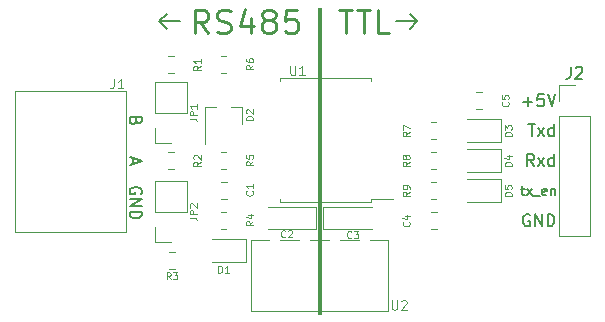
<source format=gto>
G04 #@! TF.GenerationSoftware,KiCad,Pcbnew,5.1.12-84ad8e8a86~92~ubuntu16.04.1*
G04 #@! TF.CreationDate,2022-11-17T23:54:25+01:00*
G04 #@! TF.ProjectId,RS485-TTL,52533438-352d-4545-944c-2e6b69636164,rev?*
G04 #@! TF.SameCoordinates,Original*
G04 #@! TF.FileFunction,Legend,Top*
G04 #@! TF.FilePolarity,Positive*
%FSLAX46Y46*%
G04 Gerber Fmt 4.6, Leading zero omitted, Abs format (unit mm)*
G04 Created by KiCad (PCBNEW 5.1.12-84ad8e8a86~92~ubuntu16.04.1) date 2022-11-17 23:54:25*
%MOMM*%
%LPD*%
G01*
G04 APERTURE LIST*
%ADD10C,0.200000*%
%ADD11C,0.100000*%
%ADD12C,0.250000*%
%ADD13C,0.150000*%
%ADD14C,0.120000*%
%ADD15C,2.800000*%
%ADD16O,1.700000X1.700000*%
%ADD17R,1.700000X1.700000*%
%ADD18C,2.000000*%
%ADD19R,0.800000X1.900000*%
%ADD20C,3.200000*%
G04 APERTURE END LIST*
D10*
X139319000Y-73025000D02*
X137541000Y-73025000D01*
X137541000Y-73025000D02*
X138176000Y-73660000D01*
X137541000Y-73025000D02*
X138176000Y-72390000D01*
X159385000Y-73025000D02*
X158750000Y-73660000D01*
X159385000Y-73025000D02*
X158750000Y-72390000D01*
X157607000Y-73025000D02*
X159385000Y-73025000D01*
D11*
G36*
X151257000Y-97790000D02*
G01*
X151003000Y-97790000D01*
X151003000Y-71882000D01*
X151257000Y-71882000D01*
X151257000Y-97790000D01*
G37*
X151257000Y-97790000D02*
X151003000Y-97790000D01*
X151003000Y-71882000D01*
X151257000Y-71882000D01*
X151257000Y-97790000D01*
D12*
X152752976Y-72056761D02*
X153895833Y-72056761D01*
X153324404Y-74056761D02*
X153324404Y-72056761D01*
X154276785Y-72056761D02*
X155419642Y-72056761D01*
X154848214Y-74056761D02*
X154848214Y-72056761D01*
X157038690Y-74056761D02*
X156086309Y-74056761D01*
X156086309Y-72056761D01*
X141697500Y-74056761D02*
X141030833Y-73104380D01*
X140554642Y-74056761D02*
X140554642Y-72056761D01*
X141316547Y-72056761D01*
X141507023Y-72152000D01*
X141602261Y-72247238D01*
X141697500Y-72437714D01*
X141697500Y-72723428D01*
X141602261Y-72913904D01*
X141507023Y-73009142D01*
X141316547Y-73104380D01*
X140554642Y-73104380D01*
X142459404Y-73961523D02*
X142745119Y-74056761D01*
X143221309Y-74056761D01*
X143411785Y-73961523D01*
X143507023Y-73866285D01*
X143602261Y-73675809D01*
X143602261Y-73485333D01*
X143507023Y-73294857D01*
X143411785Y-73199619D01*
X143221309Y-73104380D01*
X142840357Y-73009142D01*
X142649880Y-72913904D01*
X142554642Y-72818666D01*
X142459404Y-72628190D01*
X142459404Y-72437714D01*
X142554642Y-72247238D01*
X142649880Y-72152000D01*
X142840357Y-72056761D01*
X143316547Y-72056761D01*
X143602261Y-72152000D01*
X145316547Y-72723428D02*
X145316547Y-74056761D01*
X144840357Y-71961523D02*
X144364166Y-73390095D01*
X145602261Y-73390095D01*
X146649880Y-72913904D02*
X146459404Y-72818666D01*
X146364166Y-72723428D01*
X146268928Y-72532952D01*
X146268928Y-72437714D01*
X146364166Y-72247238D01*
X146459404Y-72152000D01*
X146649880Y-72056761D01*
X147030833Y-72056761D01*
X147221309Y-72152000D01*
X147316547Y-72247238D01*
X147411785Y-72437714D01*
X147411785Y-72532952D01*
X147316547Y-72723428D01*
X147221309Y-72818666D01*
X147030833Y-72913904D01*
X146649880Y-72913904D01*
X146459404Y-73009142D01*
X146364166Y-73104380D01*
X146268928Y-73294857D01*
X146268928Y-73675809D01*
X146364166Y-73866285D01*
X146459404Y-73961523D01*
X146649880Y-74056761D01*
X147030833Y-74056761D01*
X147221309Y-73961523D01*
X147316547Y-73866285D01*
X147411785Y-73675809D01*
X147411785Y-73294857D01*
X147316547Y-73104380D01*
X147221309Y-73009142D01*
X147030833Y-72913904D01*
X149221309Y-72056761D02*
X148268928Y-72056761D01*
X148173690Y-73009142D01*
X148268928Y-72913904D01*
X148459404Y-72818666D01*
X148935595Y-72818666D01*
X149126071Y-72913904D01*
X149221309Y-73009142D01*
X149316547Y-73199619D01*
X149316547Y-73675809D01*
X149221309Y-73866285D01*
X149126071Y-73961523D01*
X148935595Y-74056761D01*
X148459404Y-74056761D01*
X148268928Y-73961523D01*
X148173690Y-73866285D01*
D10*
X136009000Y-87630095D02*
X136056619Y-87534857D01*
X136056619Y-87392000D01*
X136009000Y-87249142D01*
X135913761Y-87153904D01*
X135818523Y-87106285D01*
X135628047Y-87058666D01*
X135485190Y-87058666D01*
X135294714Y-87106285D01*
X135199476Y-87153904D01*
X135104238Y-87249142D01*
X135056619Y-87392000D01*
X135056619Y-87487238D01*
X135104238Y-87630095D01*
X135151857Y-87677714D01*
X135485190Y-87677714D01*
X135485190Y-87487238D01*
X135056619Y-88106285D02*
X136056619Y-88106285D01*
X135056619Y-88677714D01*
X136056619Y-88677714D01*
X135056619Y-89153904D02*
X136056619Y-89153904D01*
X136056619Y-89392000D01*
X136009000Y-89534857D01*
X135913761Y-89630095D01*
X135818523Y-89677714D01*
X135628047Y-89725333D01*
X135485190Y-89725333D01*
X135294714Y-89677714D01*
X135199476Y-89630095D01*
X135104238Y-89534857D01*
X135056619Y-89392000D01*
X135056619Y-89153904D01*
X135342333Y-84597904D02*
X135342333Y-85074095D01*
X135056619Y-84502666D02*
X136056619Y-84836000D01*
X135056619Y-85169333D01*
X135580428Y-81478428D02*
X135532809Y-81621285D01*
X135485190Y-81668904D01*
X135389952Y-81716523D01*
X135247095Y-81716523D01*
X135151857Y-81668904D01*
X135104238Y-81621285D01*
X135056619Y-81526047D01*
X135056619Y-81145095D01*
X136056619Y-81145095D01*
X136056619Y-81478428D01*
X136009000Y-81573666D01*
X135961380Y-81621285D01*
X135866142Y-81668904D01*
X135770904Y-81668904D01*
X135675666Y-81621285D01*
X135628047Y-81573666D01*
X135580428Y-81478428D01*
X135580428Y-81145095D01*
X168383476Y-79827428D02*
X169145380Y-79827428D01*
X168764428Y-80208380D02*
X168764428Y-79446476D01*
X170097761Y-79208380D02*
X169621571Y-79208380D01*
X169573952Y-79684571D01*
X169621571Y-79636952D01*
X169716809Y-79589333D01*
X169954904Y-79589333D01*
X170050142Y-79636952D01*
X170097761Y-79684571D01*
X170145380Y-79779809D01*
X170145380Y-80017904D01*
X170097761Y-80113142D01*
X170050142Y-80160761D01*
X169954904Y-80208380D01*
X169716809Y-80208380D01*
X169621571Y-80160761D01*
X169573952Y-80113142D01*
X170431095Y-79208380D02*
X170764428Y-80208380D01*
X171097761Y-79208380D01*
X168812047Y-81748380D02*
X169383476Y-81748380D01*
X169097761Y-82748380D02*
X169097761Y-81748380D01*
X169621571Y-82748380D02*
X170145380Y-82081714D01*
X169621571Y-82081714D02*
X170145380Y-82748380D01*
X170954904Y-82748380D02*
X170954904Y-81748380D01*
X170954904Y-82700761D02*
X170859666Y-82748380D01*
X170669190Y-82748380D01*
X170573952Y-82700761D01*
X170526333Y-82653142D01*
X170478714Y-82557904D01*
X170478714Y-82272190D01*
X170526333Y-82176952D01*
X170573952Y-82129333D01*
X170669190Y-82081714D01*
X170859666Y-82081714D01*
X170954904Y-82129333D01*
X169288238Y-85288380D02*
X168954904Y-84812190D01*
X168716809Y-85288380D02*
X168716809Y-84288380D01*
X169097761Y-84288380D01*
X169193000Y-84336000D01*
X169240619Y-84383619D01*
X169288238Y-84478857D01*
X169288238Y-84621714D01*
X169240619Y-84716952D01*
X169193000Y-84764571D01*
X169097761Y-84812190D01*
X168716809Y-84812190D01*
X169621571Y-85288380D02*
X170145380Y-84621714D01*
X169621571Y-84621714D02*
X170145380Y-85288380D01*
X170954904Y-85288380D02*
X170954904Y-84288380D01*
X170954904Y-85240761D02*
X170859666Y-85288380D01*
X170669190Y-85288380D01*
X170573952Y-85240761D01*
X170526333Y-85193142D01*
X170478714Y-85097904D01*
X170478714Y-84812190D01*
X170526333Y-84716952D01*
X170573952Y-84669333D01*
X170669190Y-84621714D01*
X170859666Y-84621714D01*
X170954904Y-84669333D01*
D13*
X168177880Y-87204571D02*
X168482642Y-87204571D01*
X168292166Y-86937904D02*
X168292166Y-87623619D01*
X168330261Y-87699809D01*
X168406452Y-87737904D01*
X168482642Y-87737904D01*
X168673119Y-87737904D02*
X169092166Y-87204571D01*
X168673119Y-87204571D02*
X169092166Y-87737904D01*
X169206452Y-87814095D02*
X169815976Y-87814095D01*
X170311214Y-87699809D02*
X170235023Y-87737904D01*
X170082642Y-87737904D01*
X170006452Y-87699809D01*
X169968357Y-87623619D01*
X169968357Y-87318857D01*
X170006452Y-87242666D01*
X170082642Y-87204571D01*
X170235023Y-87204571D01*
X170311214Y-87242666D01*
X170349309Y-87318857D01*
X170349309Y-87395047D01*
X169968357Y-87471238D01*
X170692166Y-87204571D02*
X170692166Y-87737904D01*
X170692166Y-87280761D02*
X170730261Y-87242666D01*
X170806452Y-87204571D01*
X170920738Y-87204571D01*
X170996928Y-87242666D01*
X171035023Y-87318857D01*
X171035023Y-87737904D01*
D10*
X168907285Y-89416000D02*
X168812047Y-89368380D01*
X168669190Y-89368380D01*
X168526333Y-89416000D01*
X168431095Y-89511238D01*
X168383476Y-89606476D01*
X168335857Y-89796952D01*
X168335857Y-89939809D01*
X168383476Y-90130285D01*
X168431095Y-90225523D01*
X168526333Y-90320761D01*
X168669190Y-90368380D01*
X168764428Y-90368380D01*
X168907285Y-90320761D01*
X168954904Y-90273142D01*
X168954904Y-89939809D01*
X168764428Y-89939809D01*
X169383476Y-90368380D02*
X169383476Y-89368380D01*
X169954904Y-90368380D01*
X169954904Y-89368380D01*
X170431095Y-90368380D02*
X170431095Y-89368380D01*
X170669190Y-89368380D01*
X170812047Y-89416000D01*
X170907285Y-89511238D01*
X170954904Y-89606476D01*
X171002523Y-89796952D01*
X171002523Y-89939809D01*
X170954904Y-90130285D01*
X170907285Y-90225523D01*
X170812047Y-90320761D01*
X170669190Y-90368380D01*
X170431095Y-90368380D01*
D14*
X134750000Y-78942000D02*
X134750000Y-90842000D01*
X125350000Y-90842000D02*
X125350000Y-78942000D01*
X125350000Y-78942000D02*
X134750000Y-78942000D01*
X125350000Y-90842000D02*
X134750000Y-90842000D01*
X139887000Y-89154000D02*
X137227000Y-89154000D01*
X139887000Y-89154000D02*
X139887000Y-86554000D01*
X139887000Y-86554000D02*
X137227000Y-86554000D01*
X137227000Y-89154000D02*
X137227000Y-86554000D01*
X137227000Y-91754000D02*
X137227000Y-90424000D01*
X138557000Y-91754000D02*
X137227000Y-91754000D01*
X155524000Y-88727000D02*
X151439000Y-88727000D01*
X151439000Y-88727000D02*
X151439000Y-90597000D01*
X151439000Y-90597000D02*
X155524000Y-90597000D01*
X156940000Y-97556000D02*
X156940000Y-91556000D01*
X145320000Y-97556000D02*
X145320000Y-91556000D01*
X156940000Y-97556000D02*
X145320000Y-97556000D01*
X156940000Y-91556000D02*
X145320000Y-91556000D01*
X142774936Y-85571000D02*
X143229064Y-85571000D01*
X142774936Y-84101000D02*
X143229064Y-84101000D01*
X160520748Y-90651000D02*
X161043252Y-90651000D01*
X160520748Y-89181000D02*
X161043252Y-89181000D01*
X142740748Y-88111000D02*
X143263252Y-88111000D01*
X142740748Y-86641000D02*
X143263252Y-86641000D01*
X150821000Y-88727000D02*
X146736000Y-88727000D01*
X150821000Y-90597000D02*
X150821000Y-88727000D01*
X146736000Y-90597000D02*
X150821000Y-90597000D01*
X144582000Y-80266000D02*
X144582000Y-81726000D01*
X141422000Y-80266000D02*
X141422000Y-83426000D01*
X141422000Y-80266000D02*
X142352000Y-80266000D01*
X144582000Y-80266000D02*
X143652000Y-80266000D01*
X142774936Y-77443000D02*
X143229064Y-77443000D01*
X142774936Y-75973000D02*
X143229064Y-75973000D01*
X155498000Y-88063000D02*
X157313000Y-88063000D01*
X155498000Y-88318000D02*
X155498000Y-88063000D01*
X151638000Y-88318000D02*
X155498000Y-88318000D01*
X147778000Y-88318000D02*
X147778000Y-88063000D01*
X151638000Y-88318000D02*
X147778000Y-88318000D01*
X155498000Y-77798000D02*
X155498000Y-78053000D01*
X151638000Y-77798000D02*
X155498000Y-77798000D01*
X147778000Y-77798000D02*
X147778000Y-78053000D01*
X151638000Y-77798000D02*
X147778000Y-77798000D01*
X163592000Y-83256000D02*
X166452000Y-83256000D01*
X166452000Y-83256000D02*
X166452000Y-81336000D01*
X166452000Y-81336000D02*
X163592000Y-81336000D01*
X166452000Y-83876000D02*
X163592000Y-83876000D01*
X166452000Y-85796000D02*
X166452000Y-83876000D01*
X163592000Y-85796000D02*
X166452000Y-85796000D01*
X163592000Y-88336000D02*
X166452000Y-88336000D01*
X166452000Y-88336000D02*
X166452000Y-86416000D01*
X166452000Y-86416000D02*
X163592000Y-86416000D01*
X144862000Y-91496000D02*
X142002000Y-91496000D01*
X144862000Y-93416000D02*
X144862000Y-91496000D01*
X142002000Y-93416000D02*
X144862000Y-93416000D01*
X171390000Y-91246000D02*
X174050000Y-91246000D01*
X171390000Y-81026000D02*
X171390000Y-91246000D01*
X174050000Y-81026000D02*
X174050000Y-91246000D01*
X171390000Y-81026000D02*
X174050000Y-81026000D01*
X171390000Y-79756000D02*
X171390000Y-78426000D01*
X171390000Y-78426000D02*
X172720000Y-78426000D01*
X160554936Y-81561000D02*
X161009064Y-81561000D01*
X160554936Y-83031000D02*
X161009064Y-83031000D01*
X160554936Y-85571000D02*
X161009064Y-85571000D01*
X160554936Y-84101000D02*
X161009064Y-84101000D01*
X160554936Y-86641000D02*
X161009064Y-86641000D01*
X160554936Y-88111000D02*
X161009064Y-88111000D01*
X143229064Y-89181000D02*
X142774936Y-89181000D01*
X143229064Y-90651000D02*
X142774936Y-90651000D01*
X164853252Y-80491000D02*
X164330748Y-80491000D01*
X164853252Y-79021000D02*
X164330748Y-79021000D01*
X138557000Y-83372000D02*
X137227000Y-83372000D01*
X137227000Y-83372000D02*
X137227000Y-82042000D01*
X137227000Y-80772000D02*
X137227000Y-78172000D01*
X139887000Y-78172000D02*
X137227000Y-78172000D01*
X139887000Y-80772000D02*
X139887000Y-78172000D01*
X139887000Y-80772000D02*
X137227000Y-80772000D01*
X138329936Y-77443000D02*
X138784064Y-77443000D01*
X138329936Y-75973000D02*
X138784064Y-75973000D01*
X138329936Y-84101000D02*
X138784064Y-84101000D01*
X138329936Y-85571000D02*
X138784064Y-85571000D01*
X138393436Y-94016500D02*
X138847564Y-94016500D01*
X138393436Y-92546500D02*
X138847564Y-92546500D01*
X133716619Y-77920904D02*
X133716619Y-78492333D01*
X133678523Y-78606619D01*
X133602333Y-78682809D01*
X133488047Y-78720904D01*
X133411857Y-78720904D01*
X134516619Y-78720904D02*
X134059476Y-78720904D01*
X134288047Y-78720904D02*
X134288047Y-77920904D01*
X134211857Y-78035190D01*
X134135666Y-78111380D01*
X134059476Y-78149476D01*
X140133428Y-89654000D02*
X140562000Y-89654000D01*
X140647714Y-89682571D01*
X140704857Y-89739714D01*
X140733428Y-89825428D01*
X140733428Y-89882571D01*
X140733428Y-89368285D02*
X140133428Y-89368285D01*
X140133428Y-89139714D01*
X140162000Y-89082571D01*
X140190571Y-89054000D01*
X140247714Y-89025428D01*
X140333428Y-89025428D01*
X140390571Y-89054000D01*
X140419142Y-89082571D01*
X140447714Y-89139714D01*
X140447714Y-89368285D01*
X140190571Y-88796857D02*
X140162000Y-88768285D01*
X140133428Y-88711142D01*
X140133428Y-88568285D01*
X140162000Y-88511142D01*
X140190571Y-88482571D01*
X140247714Y-88454000D01*
X140304857Y-88454000D01*
X140390571Y-88482571D01*
X140733428Y-88825428D01*
X140733428Y-88454000D01*
X153824000Y-91336785D02*
X153795428Y-91365357D01*
X153709714Y-91393928D01*
X153652571Y-91393928D01*
X153566857Y-91365357D01*
X153509714Y-91308214D01*
X153481142Y-91251071D01*
X153452571Y-91136785D01*
X153452571Y-91051071D01*
X153481142Y-90936785D01*
X153509714Y-90879642D01*
X153566857Y-90822500D01*
X153652571Y-90793928D01*
X153709714Y-90793928D01*
X153795428Y-90822500D01*
X153824000Y-90851071D01*
X154024000Y-90793928D02*
X154395428Y-90793928D01*
X154195428Y-91022500D01*
X154281142Y-91022500D01*
X154338285Y-91051071D01*
X154366857Y-91079642D01*
X154395428Y-91136785D01*
X154395428Y-91279642D01*
X154366857Y-91336785D01*
X154338285Y-91365357D01*
X154281142Y-91393928D01*
X154109714Y-91393928D01*
X154052571Y-91365357D01*
X154024000Y-91336785D01*
X157240476Y-96653404D02*
X157240476Y-97301023D01*
X157278571Y-97377214D01*
X157316666Y-97415309D01*
X157392857Y-97453404D01*
X157545238Y-97453404D01*
X157621428Y-97415309D01*
X157659523Y-97377214D01*
X157697619Y-97301023D01*
X157697619Y-96653404D01*
X158040476Y-96729595D02*
X158078571Y-96691500D01*
X158154761Y-96653404D01*
X158345238Y-96653404D01*
X158421428Y-96691500D01*
X158459523Y-96729595D01*
X158497619Y-96805785D01*
X158497619Y-96881976D01*
X158459523Y-96996261D01*
X158002380Y-97453404D01*
X158497619Y-97453404D01*
X145495928Y-84884300D02*
X145210214Y-85084300D01*
X145495928Y-85227157D02*
X144895928Y-85227157D01*
X144895928Y-84998585D01*
X144924500Y-84941442D01*
X144953071Y-84912871D01*
X145010214Y-84884300D01*
X145095928Y-84884300D01*
X145153071Y-84912871D01*
X145181642Y-84941442D01*
X145210214Y-84998585D01*
X145210214Y-85227157D01*
X144895928Y-84341442D02*
X144895928Y-84627157D01*
X145181642Y-84655728D01*
X145153071Y-84627157D01*
X145124500Y-84570014D01*
X145124500Y-84427157D01*
X145153071Y-84370014D01*
X145181642Y-84341442D01*
X145238785Y-84312871D01*
X145381642Y-84312871D01*
X145438785Y-84341442D01*
X145467357Y-84370014D01*
X145495928Y-84427157D01*
X145495928Y-84570014D01*
X145467357Y-84627157D01*
X145438785Y-84655728D01*
X158710285Y-90016000D02*
X158738857Y-90044571D01*
X158767428Y-90130285D01*
X158767428Y-90187428D01*
X158738857Y-90273142D01*
X158681714Y-90330285D01*
X158624571Y-90358857D01*
X158510285Y-90387428D01*
X158424571Y-90387428D01*
X158310285Y-90358857D01*
X158253142Y-90330285D01*
X158196000Y-90273142D01*
X158167428Y-90187428D01*
X158167428Y-90130285D01*
X158196000Y-90044571D01*
X158224571Y-90016000D01*
X158367428Y-89501714D02*
X158767428Y-89501714D01*
X158138857Y-89644571D02*
X158567428Y-89787428D01*
X158567428Y-89416000D01*
X145438785Y-87412500D02*
X145467357Y-87441071D01*
X145495928Y-87526785D01*
X145495928Y-87583928D01*
X145467357Y-87669642D01*
X145410214Y-87726785D01*
X145353071Y-87755357D01*
X145238785Y-87783928D01*
X145153071Y-87783928D01*
X145038785Y-87755357D01*
X144981642Y-87726785D01*
X144924500Y-87669642D01*
X144895928Y-87583928D01*
X144895928Y-87526785D01*
X144924500Y-87441071D01*
X144953071Y-87412500D01*
X145495928Y-86841071D02*
X145495928Y-87183928D01*
X145495928Y-87012500D02*
X144895928Y-87012500D01*
X144981642Y-87069642D01*
X145038785Y-87126785D01*
X145067357Y-87183928D01*
X148236000Y-91273285D02*
X148207428Y-91301857D01*
X148121714Y-91330428D01*
X148064571Y-91330428D01*
X147978857Y-91301857D01*
X147921714Y-91244714D01*
X147893142Y-91187571D01*
X147864571Y-91073285D01*
X147864571Y-90987571D01*
X147893142Y-90873285D01*
X147921714Y-90816142D01*
X147978857Y-90759000D01*
X148064571Y-90730428D01*
X148121714Y-90730428D01*
X148207428Y-90759000D01*
X148236000Y-90787571D01*
X148464571Y-90787571D02*
X148493142Y-90759000D01*
X148550285Y-90730428D01*
X148693142Y-90730428D01*
X148750285Y-90759000D01*
X148778857Y-90787571D01*
X148807428Y-90844714D01*
X148807428Y-90901857D01*
X148778857Y-90987571D01*
X148436000Y-91330428D01*
X148807428Y-91330428D01*
X145495928Y-81405357D02*
X144895928Y-81405357D01*
X144895928Y-81262500D01*
X144924500Y-81176785D01*
X144981642Y-81119642D01*
X145038785Y-81091071D01*
X145153071Y-81062500D01*
X145238785Y-81062500D01*
X145353071Y-81091071D01*
X145410214Y-81119642D01*
X145467357Y-81176785D01*
X145495928Y-81262500D01*
X145495928Y-81405357D01*
X144953071Y-80833928D02*
X144924500Y-80805357D01*
X144895928Y-80748214D01*
X144895928Y-80605357D01*
X144924500Y-80548214D01*
X144953071Y-80519642D01*
X145010214Y-80491071D01*
X145067357Y-80491071D01*
X145153071Y-80519642D01*
X145495928Y-80862500D01*
X145495928Y-80491071D01*
X145495928Y-76744500D02*
X145210214Y-76944500D01*
X145495928Y-77087357D02*
X144895928Y-77087357D01*
X144895928Y-76858785D01*
X144924500Y-76801642D01*
X144953071Y-76773071D01*
X145010214Y-76744500D01*
X145095928Y-76744500D01*
X145153071Y-76773071D01*
X145181642Y-76801642D01*
X145210214Y-76858785D01*
X145210214Y-77087357D01*
X144895928Y-76230214D02*
X144895928Y-76344500D01*
X144924500Y-76401642D01*
X144953071Y-76430214D01*
X145038785Y-76487357D01*
X145153071Y-76515928D01*
X145381642Y-76515928D01*
X145438785Y-76487357D01*
X145467357Y-76458785D01*
X145495928Y-76401642D01*
X145495928Y-76287357D01*
X145467357Y-76230214D01*
X145438785Y-76201642D01*
X145381642Y-76173071D01*
X145238785Y-76173071D01*
X145181642Y-76201642D01*
X145153071Y-76230214D01*
X145124500Y-76287357D01*
X145124500Y-76401642D01*
X145153071Y-76458785D01*
X145181642Y-76487357D01*
X145238785Y-76515928D01*
X148626476Y-76777904D02*
X148626476Y-77425523D01*
X148664571Y-77501714D01*
X148702666Y-77539809D01*
X148778857Y-77577904D01*
X148931238Y-77577904D01*
X149007428Y-77539809D01*
X149045523Y-77501714D01*
X149083619Y-77425523D01*
X149083619Y-76777904D01*
X149883619Y-77577904D02*
X149426476Y-77577904D01*
X149655047Y-77577904D02*
X149655047Y-76777904D01*
X149578857Y-76892190D01*
X149502666Y-76968380D01*
X149426476Y-77006476D01*
X167403428Y-82738857D02*
X166803428Y-82738857D01*
X166803428Y-82596000D01*
X166832000Y-82510285D01*
X166889142Y-82453142D01*
X166946285Y-82424571D01*
X167060571Y-82396000D01*
X167146285Y-82396000D01*
X167260571Y-82424571D01*
X167317714Y-82453142D01*
X167374857Y-82510285D01*
X167403428Y-82596000D01*
X167403428Y-82738857D01*
X166803428Y-82196000D02*
X166803428Y-81824571D01*
X167032000Y-82024571D01*
X167032000Y-81938857D01*
X167060571Y-81881714D01*
X167089142Y-81853142D01*
X167146285Y-81824571D01*
X167289142Y-81824571D01*
X167346285Y-81853142D01*
X167374857Y-81881714D01*
X167403428Y-81938857D01*
X167403428Y-82110285D01*
X167374857Y-82167428D01*
X167346285Y-82196000D01*
X167403428Y-85278857D02*
X166803428Y-85278857D01*
X166803428Y-85136000D01*
X166832000Y-85050285D01*
X166889142Y-84993142D01*
X166946285Y-84964571D01*
X167060571Y-84936000D01*
X167146285Y-84936000D01*
X167260571Y-84964571D01*
X167317714Y-84993142D01*
X167374857Y-85050285D01*
X167403428Y-85136000D01*
X167403428Y-85278857D01*
X167003428Y-84421714D02*
X167403428Y-84421714D01*
X166774857Y-84564571D02*
X167203428Y-84707428D01*
X167203428Y-84336000D01*
X167403428Y-87818857D02*
X166803428Y-87818857D01*
X166803428Y-87676000D01*
X166832000Y-87590285D01*
X166889142Y-87533142D01*
X166946285Y-87504571D01*
X167060571Y-87476000D01*
X167146285Y-87476000D01*
X167260571Y-87504571D01*
X167317714Y-87533142D01*
X167374857Y-87590285D01*
X167403428Y-87676000D01*
X167403428Y-87818857D01*
X166803428Y-86933142D02*
X166803428Y-87218857D01*
X167089142Y-87247428D01*
X167060571Y-87218857D01*
X167032000Y-87161714D01*
X167032000Y-87018857D01*
X167060571Y-86961714D01*
X167089142Y-86933142D01*
X167146285Y-86904571D01*
X167289142Y-86904571D01*
X167346285Y-86933142D01*
X167374857Y-86961714D01*
X167403428Y-87018857D01*
X167403428Y-87161714D01*
X167374857Y-87218857D01*
X167346285Y-87247428D01*
X142559142Y-94314928D02*
X142559142Y-93714928D01*
X142702000Y-93714928D01*
X142787714Y-93743500D01*
X142844857Y-93800642D01*
X142873428Y-93857785D01*
X142902000Y-93972071D01*
X142902000Y-94057785D01*
X142873428Y-94172071D01*
X142844857Y-94229214D01*
X142787714Y-94286357D01*
X142702000Y-94314928D01*
X142559142Y-94314928D01*
X143473428Y-94314928D02*
X143130571Y-94314928D01*
X143302000Y-94314928D02*
X143302000Y-93714928D01*
X143244857Y-93800642D01*
X143187714Y-93857785D01*
X143130571Y-93886357D01*
D13*
X172386666Y-76878380D02*
X172386666Y-77592666D01*
X172339047Y-77735523D01*
X172243809Y-77830761D01*
X172100952Y-77878380D01*
X172005714Y-77878380D01*
X172815238Y-76973619D02*
X172862857Y-76926000D01*
X172958095Y-76878380D01*
X173196190Y-76878380D01*
X173291428Y-76926000D01*
X173339047Y-76973619D01*
X173386666Y-77068857D01*
X173386666Y-77164095D01*
X173339047Y-77306952D01*
X172767619Y-77878380D01*
X173386666Y-77878380D01*
D14*
X158767428Y-82396000D02*
X158481714Y-82596000D01*
X158767428Y-82738857D02*
X158167428Y-82738857D01*
X158167428Y-82510285D01*
X158196000Y-82453142D01*
X158224571Y-82424571D01*
X158281714Y-82396000D01*
X158367428Y-82396000D01*
X158424571Y-82424571D01*
X158453142Y-82453142D01*
X158481714Y-82510285D01*
X158481714Y-82738857D01*
X158167428Y-82196000D02*
X158167428Y-81796000D01*
X158767428Y-82053142D01*
X158767428Y-84936000D02*
X158481714Y-85136000D01*
X158767428Y-85278857D02*
X158167428Y-85278857D01*
X158167428Y-85050285D01*
X158196000Y-84993142D01*
X158224571Y-84964571D01*
X158281714Y-84936000D01*
X158367428Y-84936000D01*
X158424571Y-84964571D01*
X158453142Y-84993142D01*
X158481714Y-85050285D01*
X158481714Y-85278857D01*
X158424571Y-84593142D02*
X158396000Y-84650285D01*
X158367428Y-84678857D01*
X158310285Y-84707428D01*
X158281714Y-84707428D01*
X158224571Y-84678857D01*
X158196000Y-84650285D01*
X158167428Y-84593142D01*
X158167428Y-84478857D01*
X158196000Y-84421714D01*
X158224571Y-84393142D01*
X158281714Y-84364571D01*
X158310285Y-84364571D01*
X158367428Y-84393142D01*
X158396000Y-84421714D01*
X158424571Y-84478857D01*
X158424571Y-84593142D01*
X158453142Y-84650285D01*
X158481714Y-84678857D01*
X158538857Y-84707428D01*
X158653142Y-84707428D01*
X158710285Y-84678857D01*
X158738857Y-84650285D01*
X158767428Y-84593142D01*
X158767428Y-84478857D01*
X158738857Y-84421714D01*
X158710285Y-84393142D01*
X158653142Y-84364571D01*
X158538857Y-84364571D01*
X158481714Y-84393142D01*
X158453142Y-84421714D01*
X158424571Y-84478857D01*
X158767428Y-87476000D02*
X158481714Y-87676000D01*
X158767428Y-87818857D02*
X158167428Y-87818857D01*
X158167428Y-87590285D01*
X158196000Y-87533142D01*
X158224571Y-87504571D01*
X158281714Y-87476000D01*
X158367428Y-87476000D01*
X158424571Y-87504571D01*
X158453142Y-87533142D01*
X158481714Y-87590285D01*
X158481714Y-87818857D01*
X158767428Y-87190285D02*
X158767428Y-87076000D01*
X158738857Y-87018857D01*
X158710285Y-86990285D01*
X158624571Y-86933142D01*
X158510285Y-86904571D01*
X158281714Y-86904571D01*
X158224571Y-86933142D01*
X158196000Y-86961714D01*
X158167428Y-87018857D01*
X158167428Y-87133142D01*
X158196000Y-87190285D01*
X158224571Y-87218857D01*
X158281714Y-87247428D01*
X158424571Y-87247428D01*
X158481714Y-87218857D01*
X158510285Y-87190285D01*
X158538857Y-87133142D01*
X158538857Y-87018857D01*
X158510285Y-86961714D01*
X158481714Y-86933142D01*
X158424571Y-86904571D01*
X145495928Y-89952500D02*
X145210214Y-90152500D01*
X145495928Y-90295357D02*
X144895928Y-90295357D01*
X144895928Y-90066785D01*
X144924500Y-90009642D01*
X144953071Y-89981071D01*
X145010214Y-89952500D01*
X145095928Y-89952500D01*
X145153071Y-89981071D01*
X145181642Y-90009642D01*
X145210214Y-90066785D01*
X145210214Y-90295357D01*
X145095928Y-89438214D02*
X145495928Y-89438214D01*
X144867357Y-89581071D02*
X145295928Y-89723928D01*
X145295928Y-89352500D01*
X167092285Y-79856000D02*
X167120857Y-79884571D01*
X167149428Y-79970285D01*
X167149428Y-80027428D01*
X167120857Y-80113142D01*
X167063714Y-80170285D01*
X167006571Y-80198857D01*
X166892285Y-80227428D01*
X166806571Y-80227428D01*
X166692285Y-80198857D01*
X166635142Y-80170285D01*
X166578000Y-80113142D01*
X166549428Y-80027428D01*
X166549428Y-79970285D01*
X166578000Y-79884571D01*
X166606571Y-79856000D01*
X166549428Y-79313142D02*
X166549428Y-79598857D01*
X166835142Y-79627428D01*
X166806571Y-79598857D01*
X166778000Y-79541714D01*
X166778000Y-79398857D01*
X166806571Y-79341714D01*
X166835142Y-79313142D01*
X166892285Y-79284571D01*
X167035142Y-79284571D01*
X167092285Y-79313142D01*
X167120857Y-79341714D01*
X167149428Y-79398857D01*
X167149428Y-79541714D01*
X167120857Y-79598857D01*
X167092285Y-79627428D01*
X140133428Y-81272000D02*
X140562000Y-81272000D01*
X140647714Y-81300571D01*
X140704857Y-81357714D01*
X140733428Y-81443428D01*
X140733428Y-81500571D01*
X140733428Y-80986285D02*
X140133428Y-80986285D01*
X140133428Y-80757714D01*
X140162000Y-80700571D01*
X140190571Y-80672000D01*
X140247714Y-80643428D01*
X140333428Y-80643428D01*
X140390571Y-80672000D01*
X140419142Y-80700571D01*
X140447714Y-80757714D01*
X140447714Y-80986285D01*
X140733428Y-80072000D02*
X140733428Y-80414857D01*
X140733428Y-80243428D02*
X140133428Y-80243428D01*
X140219142Y-80300571D01*
X140276285Y-80357714D01*
X140304857Y-80414857D01*
X141050928Y-76808000D02*
X140765214Y-77008000D01*
X141050928Y-77150857D02*
X140450928Y-77150857D01*
X140450928Y-76922285D01*
X140479500Y-76865142D01*
X140508071Y-76836571D01*
X140565214Y-76808000D01*
X140650928Y-76808000D01*
X140708071Y-76836571D01*
X140736642Y-76865142D01*
X140765214Y-76922285D01*
X140765214Y-77150857D01*
X141050928Y-76236571D02*
X141050928Y-76579428D01*
X141050928Y-76408000D02*
X140450928Y-76408000D01*
X140536642Y-76465142D01*
X140593785Y-76522285D01*
X140622357Y-76579428D01*
X141050928Y-84936000D02*
X140765214Y-85136000D01*
X141050928Y-85278857D02*
X140450928Y-85278857D01*
X140450928Y-85050285D01*
X140479500Y-84993142D01*
X140508071Y-84964571D01*
X140565214Y-84936000D01*
X140650928Y-84936000D01*
X140708071Y-84964571D01*
X140736642Y-84993142D01*
X140765214Y-85050285D01*
X140765214Y-85278857D01*
X140508071Y-84707428D02*
X140479500Y-84678857D01*
X140450928Y-84621714D01*
X140450928Y-84478857D01*
X140479500Y-84421714D01*
X140508071Y-84393142D01*
X140565214Y-84364571D01*
X140622357Y-84364571D01*
X140708071Y-84393142D01*
X141050928Y-84736000D01*
X141050928Y-84364571D01*
X138520500Y-94886428D02*
X138320500Y-94600714D01*
X138177642Y-94886428D02*
X138177642Y-94286428D01*
X138406214Y-94286428D01*
X138463357Y-94315000D01*
X138491928Y-94343571D01*
X138520500Y-94400714D01*
X138520500Y-94486428D01*
X138491928Y-94543571D01*
X138463357Y-94572142D01*
X138406214Y-94600714D01*
X138177642Y-94600714D01*
X138720500Y-94286428D02*
X139091928Y-94286428D01*
X138891928Y-94515000D01*
X138977642Y-94515000D01*
X139034785Y-94543571D01*
X139063357Y-94572142D01*
X139091928Y-94629285D01*
X139091928Y-94772142D01*
X139063357Y-94829285D01*
X139034785Y-94857857D01*
X138977642Y-94886428D01*
X138806214Y-94886428D01*
X138749071Y-94857857D01*
X138720500Y-94829285D01*
%LPC*%
D15*
X133350000Y-88392000D03*
X133350000Y-84892000D03*
X133350000Y-81392000D03*
D16*
X138557000Y-87884000D03*
D17*
X138557000Y-90424000D03*
G36*
G01*
X154574000Y-90087001D02*
X154574000Y-89236999D01*
G75*
G02*
X154823999Y-88987000I249999J0D01*
G01*
X155899001Y-88987000D01*
G75*
G02*
X156149000Y-89236999I0J-249999D01*
G01*
X156149000Y-90087001D01*
G75*
G02*
X155899001Y-90337000I-249999J0D01*
G01*
X154823999Y-90337000D01*
G75*
G02*
X154574000Y-90087001I0J249999D01*
G01*
G37*
G36*
G01*
X151699000Y-90087001D02*
X151699000Y-89236999D01*
G75*
G02*
X151948999Y-88987000I249999J0D01*
G01*
X153024001Y-88987000D01*
G75*
G02*
X153274000Y-89236999I0J-249999D01*
G01*
X153274000Y-90087001D01*
G75*
G02*
X153024001Y-90337000I-249999J0D01*
G01*
X151948999Y-90337000D01*
G75*
G02*
X151699000Y-90087001I0J249999D01*
G01*
G37*
D18*
X154940000Y-92456000D03*
X152400000Y-92456000D03*
X149860000Y-92456000D03*
X147320000Y-92456000D03*
G36*
G01*
X141402000Y-85286001D02*
X141402000Y-84385999D01*
G75*
G02*
X141651999Y-84136000I249999J0D01*
G01*
X142352001Y-84136000D01*
G75*
G02*
X142602000Y-84385999I0J-249999D01*
G01*
X142602000Y-85286001D01*
G75*
G02*
X142352001Y-85536000I-249999J0D01*
G01*
X141651999Y-85536000D01*
G75*
G02*
X141402000Y-85286001I0J249999D01*
G01*
G37*
G36*
G01*
X143402000Y-85286001D02*
X143402000Y-84385999D01*
G75*
G02*
X143651999Y-84136000I249999J0D01*
G01*
X144352001Y-84136000D01*
G75*
G02*
X144602000Y-84385999I0J-249999D01*
G01*
X144602000Y-85286001D01*
G75*
G02*
X144352001Y-85536000I-249999J0D01*
G01*
X143651999Y-85536000D01*
G75*
G02*
X143402000Y-85286001I0J249999D01*
G01*
G37*
G36*
G01*
X159157000Y-90391000D02*
X159157000Y-89441000D01*
G75*
G02*
X159407000Y-89191000I250000J0D01*
G01*
X160082000Y-89191000D01*
G75*
G02*
X160332000Y-89441000I0J-250000D01*
G01*
X160332000Y-90391000D01*
G75*
G02*
X160082000Y-90641000I-250000J0D01*
G01*
X159407000Y-90641000D01*
G75*
G02*
X159157000Y-90391000I0J250000D01*
G01*
G37*
G36*
G01*
X161232000Y-90391000D02*
X161232000Y-89441000D01*
G75*
G02*
X161482000Y-89191000I250000J0D01*
G01*
X162157000Y-89191000D01*
G75*
G02*
X162407000Y-89441000I0J-250000D01*
G01*
X162407000Y-90391000D01*
G75*
G02*
X162157000Y-90641000I-250000J0D01*
G01*
X161482000Y-90641000D01*
G75*
G02*
X161232000Y-90391000I0J250000D01*
G01*
G37*
G36*
G01*
X141377000Y-87851000D02*
X141377000Y-86901000D01*
G75*
G02*
X141627000Y-86651000I250000J0D01*
G01*
X142302000Y-86651000D01*
G75*
G02*
X142552000Y-86901000I0J-250000D01*
G01*
X142552000Y-87851000D01*
G75*
G02*
X142302000Y-88101000I-250000J0D01*
G01*
X141627000Y-88101000D01*
G75*
G02*
X141377000Y-87851000I0J250000D01*
G01*
G37*
G36*
G01*
X143452000Y-87851000D02*
X143452000Y-86901000D01*
G75*
G02*
X143702000Y-86651000I250000J0D01*
G01*
X144377000Y-86651000D01*
G75*
G02*
X144627000Y-86901000I0J-250000D01*
G01*
X144627000Y-87851000D01*
G75*
G02*
X144377000Y-88101000I-250000J0D01*
G01*
X143702000Y-88101000D01*
G75*
G02*
X143452000Y-87851000I0J250000D01*
G01*
G37*
G36*
G01*
X150561000Y-89236999D02*
X150561000Y-90087001D01*
G75*
G02*
X150311001Y-90337000I-249999J0D01*
G01*
X149235999Y-90337000D01*
G75*
G02*
X148986000Y-90087001I0J249999D01*
G01*
X148986000Y-89236999D01*
G75*
G02*
X149235999Y-88987000I249999J0D01*
G01*
X150311001Y-88987000D01*
G75*
G02*
X150561000Y-89236999I0J-249999D01*
G01*
G37*
G36*
G01*
X147686000Y-89236999D02*
X147686000Y-90087001D01*
G75*
G02*
X147436001Y-90337000I-249999J0D01*
G01*
X146360999Y-90337000D01*
G75*
G02*
X146111000Y-90087001I0J249999D01*
G01*
X146111000Y-89236999D01*
G75*
G02*
X146360999Y-88987000I249999J0D01*
G01*
X147436001Y-88987000D01*
G75*
G02*
X147686000Y-89236999I0J-249999D01*
G01*
G37*
D19*
X142052000Y-82526000D03*
X143952000Y-82526000D03*
X143002000Y-79526000D03*
G36*
G01*
X141402000Y-77158001D02*
X141402000Y-76257999D01*
G75*
G02*
X141651999Y-76008000I249999J0D01*
G01*
X142352001Y-76008000D01*
G75*
G02*
X142602000Y-76257999I0J-249999D01*
G01*
X142602000Y-77158001D01*
G75*
G02*
X142352001Y-77408000I-249999J0D01*
G01*
X141651999Y-77408000D01*
G75*
G02*
X141402000Y-77158001I0J249999D01*
G01*
G37*
G36*
G01*
X143402000Y-77158001D02*
X143402000Y-76257999D01*
G75*
G02*
X143651999Y-76008000I249999J0D01*
G01*
X144352001Y-76008000D01*
G75*
G02*
X144602000Y-76257999I0J-249999D01*
G01*
X144602000Y-77158001D01*
G75*
G02*
X144352001Y-77408000I-249999J0D01*
G01*
X143651999Y-77408000D01*
G75*
G02*
X143402000Y-77158001I0J249999D01*
G01*
G37*
G36*
G01*
X157313000Y-87353000D02*
X157313000Y-87653000D01*
G75*
G02*
X157163000Y-87803000I-150000J0D01*
G01*
X155413000Y-87803000D01*
G75*
G02*
X155263000Y-87653000I0J150000D01*
G01*
X155263000Y-87353000D01*
G75*
G02*
X155413000Y-87203000I150000J0D01*
G01*
X157163000Y-87203000D01*
G75*
G02*
X157313000Y-87353000I0J-150000D01*
G01*
G37*
G36*
G01*
X157313000Y-86083000D02*
X157313000Y-86383000D01*
G75*
G02*
X157163000Y-86533000I-150000J0D01*
G01*
X155413000Y-86533000D01*
G75*
G02*
X155263000Y-86383000I0J150000D01*
G01*
X155263000Y-86083000D01*
G75*
G02*
X155413000Y-85933000I150000J0D01*
G01*
X157163000Y-85933000D01*
G75*
G02*
X157313000Y-86083000I0J-150000D01*
G01*
G37*
G36*
G01*
X157313000Y-84813000D02*
X157313000Y-85113000D01*
G75*
G02*
X157163000Y-85263000I-150000J0D01*
G01*
X155413000Y-85263000D01*
G75*
G02*
X155263000Y-85113000I0J150000D01*
G01*
X155263000Y-84813000D01*
G75*
G02*
X155413000Y-84663000I150000J0D01*
G01*
X157163000Y-84663000D01*
G75*
G02*
X157313000Y-84813000I0J-150000D01*
G01*
G37*
G36*
G01*
X157313000Y-83543000D02*
X157313000Y-83843000D01*
G75*
G02*
X157163000Y-83993000I-150000J0D01*
G01*
X155413000Y-83993000D01*
G75*
G02*
X155263000Y-83843000I0J150000D01*
G01*
X155263000Y-83543000D01*
G75*
G02*
X155413000Y-83393000I150000J0D01*
G01*
X157163000Y-83393000D01*
G75*
G02*
X157313000Y-83543000I0J-150000D01*
G01*
G37*
G36*
G01*
X157313000Y-82273000D02*
X157313000Y-82573000D01*
G75*
G02*
X157163000Y-82723000I-150000J0D01*
G01*
X155413000Y-82723000D01*
G75*
G02*
X155263000Y-82573000I0J150000D01*
G01*
X155263000Y-82273000D01*
G75*
G02*
X155413000Y-82123000I150000J0D01*
G01*
X157163000Y-82123000D01*
G75*
G02*
X157313000Y-82273000I0J-150000D01*
G01*
G37*
G36*
G01*
X157313000Y-81003000D02*
X157313000Y-81303000D01*
G75*
G02*
X157163000Y-81453000I-150000J0D01*
G01*
X155413000Y-81453000D01*
G75*
G02*
X155263000Y-81303000I0J150000D01*
G01*
X155263000Y-81003000D01*
G75*
G02*
X155413000Y-80853000I150000J0D01*
G01*
X157163000Y-80853000D01*
G75*
G02*
X157313000Y-81003000I0J-150000D01*
G01*
G37*
G36*
G01*
X157313000Y-79733000D02*
X157313000Y-80033000D01*
G75*
G02*
X157163000Y-80183000I-150000J0D01*
G01*
X155413000Y-80183000D01*
G75*
G02*
X155263000Y-80033000I0J150000D01*
G01*
X155263000Y-79733000D01*
G75*
G02*
X155413000Y-79583000I150000J0D01*
G01*
X157163000Y-79583000D01*
G75*
G02*
X157313000Y-79733000I0J-150000D01*
G01*
G37*
G36*
G01*
X157313000Y-78463000D02*
X157313000Y-78763000D01*
G75*
G02*
X157163000Y-78913000I-150000J0D01*
G01*
X155413000Y-78913000D01*
G75*
G02*
X155263000Y-78763000I0J150000D01*
G01*
X155263000Y-78463000D01*
G75*
G02*
X155413000Y-78313000I150000J0D01*
G01*
X157163000Y-78313000D01*
G75*
G02*
X157313000Y-78463000I0J-150000D01*
G01*
G37*
G36*
G01*
X148013000Y-78463000D02*
X148013000Y-78763000D01*
G75*
G02*
X147863000Y-78913000I-150000J0D01*
G01*
X146113000Y-78913000D01*
G75*
G02*
X145963000Y-78763000I0J150000D01*
G01*
X145963000Y-78463000D01*
G75*
G02*
X146113000Y-78313000I150000J0D01*
G01*
X147863000Y-78313000D01*
G75*
G02*
X148013000Y-78463000I0J-150000D01*
G01*
G37*
G36*
G01*
X148013000Y-79733000D02*
X148013000Y-80033000D01*
G75*
G02*
X147863000Y-80183000I-150000J0D01*
G01*
X146113000Y-80183000D01*
G75*
G02*
X145963000Y-80033000I0J150000D01*
G01*
X145963000Y-79733000D01*
G75*
G02*
X146113000Y-79583000I150000J0D01*
G01*
X147863000Y-79583000D01*
G75*
G02*
X148013000Y-79733000I0J-150000D01*
G01*
G37*
G36*
G01*
X148013000Y-81003000D02*
X148013000Y-81303000D01*
G75*
G02*
X147863000Y-81453000I-150000J0D01*
G01*
X146113000Y-81453000D01*
G75*
G02*
X145963000Y-81303000I0J150000D01*
G01*
X145963000Y-81003000D01*
G75*
G02*
X146113000Y-80853000I150000J0D01*
G01*
X147863000Y-80853000D01*
G75*
G02*
X148013000Y-81003000I0J-150000D01*
G01*
G37*
G36*
G01*
X148013000Y-82273000D02*
X148013000Y-82573000D01*
G75*
G02*
X147863000Y-82723000I-150000J0D01*
G01*
X146113000Y-82723000D01*
G75*
G02*
X145963000Y-82573000I0J150000D01*
G01*
X145963000Y-82273000D01*
G75*
G02*
X146113000Y-82123000I150000J0D01*
G01*
X147863000Y-82123000D01*
G75*
G02*
X148013000Y-82273000I0J-150000D01*
G01*
G37*
G36*
G01*
X148013000Y-83543000D02*
X148013000Y-83843000D01*
G75*
G02*
X147863000Y-83993000I-150000J0D01*
G01*
X146113000Y-83993000D01*
G75*
G02*
X145963000Y-83843000I0J150000D01*
G01*
X145963000Y-83543000D01*
G75*
G02*
X146113000Y-83393000I150000J0D01*
G01*
X147863000Y-83393000D01*
G75*
G02*
X148013000Y-83543000I0J-150000D01*
G01*
G37*
G36*
G01*
X148013000Y-84813000D02*
X148013000Y-85113000D01*
G75*
G02*
X147863000Y-85263000I-150000J0D01*
G01*
X146113000Y-85263000D01*
G75*
G02*
X145963000Y-85113000I0J150000D01*
G01*
X145963000Y-84813000D01*
G75*
G02*
X146113000Y-84663000I150000J0D01*
G01*
X147863000Y-84663000D01*
G75*
G02*
X148013000Y-84813000I0J-150000D01*
G01*
G37*
G36*
G01*
X148013000Y-86083000D02*
X148013000Y-86383000D01*
G75*
G02*
X147863000Y-86533000I-150000J0D01*
G01*
X146113000Y-86533000D01*
G75*
G02*
X145963000Y-86383000I0J150000D01*
G01*
X145963000Y-86083000D01*
G75*
G02*
X146113000Y-85933000I150000J0D01*
G01*
X147863000Y-85933000D01*
G75*
G02*
X148013000Y-86083000I0J-150000D01*
G01*
G37*
G36*
G01*
X148013000Y-87353000D02*
X148013000Y-87653000D01*
G75*
G02*
X147863000Y-87803000I-150000J0D01*
G01*
X146113000Y-87803000D01*
G75*
G02*
X145963000Y-87653000I0J150000D01*
G01*
X145963000Y-87353000D01*
G75*
G02*
X146113000Y-87203000I150000J0D01*
G01*
X147863000Y-87203000D01*
G75*
G02*
X148013000Y-87353000I0J-150000D01*
G01*
G37*
G36*
G01*
X166192000Y-81845999D02*
X166192000Y-82746001D01*
G75*
G02*
X165942001Y-82996000I-249999J0D01*
G01*
X165291999Y-82996000D01*
G75*
G02*
X165042000Y-82746001I0J249999D01*
G01*
X165042000Y-81845999D01*
G75*
G02*
X165291999Y-81596000I249999J0D01*
G01*
X165942001Y-81596000D01*
G75*
G02*
X166192000Y-81845999I0J-249999D01*
G01*
G37*
G36*
G01*
X164142000Y-81845999D02*
X164142000Y-82746001D01*
G75*
G02*
X163892001Y-82996000I-249999J0D01*
G01*
X163241999Y-82996000D01*
G75*
G02*
X162992000Y-82746001I0J249999D01*
G01*
X162992000Y-81845999D01*
G75*
G02*
X163241999Y-81596000I249999J0D01*
G01*
X163892001Y-81596000D01*
G75*
G02*
X164142000Y-81845999I0J-249999D01*
G01*
G37*
G36*
G01*
X164142000Y-84385999D02*
X164142000Y-85286001D01*
G75*
G02*
X163892001Y-85536000I-249999J0D01*
G01*
X163241999Y-85536000D01*
G75*
G02*
X162992000Y-85286001I0J249999D01*
G01*
X162992000Y-84385999D01*
G75*
G02*
X163241999Y-84136000I249999J0D01*
G01*
X163892001Y-84136000D01*
G75*
G02*
X164142000Y-84385999I0J-249999D01*
G01*
G37*
G36*
G01*
X166192000Y-84385999D02*
X166192000Y-85286001D01*
G75*
G02*
X165942001Y-85536000I-249999J0D01*
G01*
X165291999Y-85536000D01*
G75*
G02*
X165042000Y-85286001I0J249999D01*
G01*
X165042000Y-84385999D01*
G75*
G02*
X165291999Y-84136000I249999J0D01*
G01*
X165942001Y-84136000D01*
G75*
G02*
X166192000Y-84385999I0J-249999D01*
G01*
G37*
G36*
G01*
X166192000Y-86925999D02*
X166192000Y-87826001D01*
G75*
G02*
X165942001Y-88076000I-249999J0D01*
G01*
X165291999Y-88076000D01*
G75*
G02*
X165042000Y-87826001I0J249999D01*
G01*
X165042000Y-86925999D01*
G75*
G02*
X165291999Y-86676000I249999J0D01*
G01*
X165942001Y-86676000D01*
G75*
G02*
X166192000Y-86925999I0J-249999D01*
G01*
G37*
G36*
G01*
X164142000Y-86925999D02*
X164142000Y-87826001D01*
G75*
G02*
X163892001Y-88076000I-249999J0D01*
G01*
X163241999Y-88076000D01*
G75*
G02*
X162992000Y-87826001I0J249999D01*
G01*
X162992000Y-86925999D01*
G75*
G02*
X163241999Y-86676000I249999J0D01*
G01*
X163892001Y-86676000D01*
G75*
G02*
X164142000Y-86925999I0J-249999D01*
G01*
G37*
G36*
G01*
X142552000Y-92005999D02*
X142552000Y-92906001D01*
G75*
G02*
X142302001Y-93156000I-249999J0D01*
G01*
X141651999Y-93156000D01*
G75*
G02*
X141402000Y-92906001I0J249999D01*
G01*
X141402000Y-92005999D01*
G75*
G02*
X141651999Y-91756000I249999J0D01*
G01*
X142302001Y-91756000D01*
G75*
G02*
X142552000Y-92005999I0J-249999D01*
G01*
G37*
G36*
G01*
X144602000Y-92005999D02*
X144602000Y-92906001D01*
G75*
G02*
X144352001Y-93156000I-249999J0D01*
G01*
X143701999Y-93156000D01*
G75*
G02*
X143452000Y-92906001I0J249999D01*
G01*
X143452000Y-92005999D01*
G75*
G02*
X143701999Y-91756000I249999J0D01*
G01*
X144352001Y-91756000D01*
G75*
G02*
X144602000Y-92005999I0J-249999D01*
G01*
G37*
D20*
X133350000Y-74676000D03*
X168910000Y-74676000D03*
X133350000Y-94996000D03*
X168910000Y-94996000D03*
D17*
X172720000Y-79756000D03*
D16*
X172720000Y-82296000D03*
X172720000Y-84836000D03*
X172720000Y-87376000D03*
X172720000Y-89916000D03*
G36*
G01*
X159182000Y-82746001D02*
X159182000Y-81845999D01*
G75*
G02*
X159431999Y-81596000I249999J0D01*
G01*
X160132001Y-81596000D01*
G75*
G02*
X160382000Y-81845999I0J-249999D01*
G01*
X160382000Y-82746001D01*
G75*
G02*
X160132001Y-82996000I-249999J0D01*
G01*
X159431999Y-82996000D01*
G75*
G02*
X159182000Y-82746001I0J249999D01*
G01*
G37*
G36*
G01*
X161182000Y-82746001D02*
X161182000Y-81845999D01*
G75*
G02*
X161431999Y-81596000I249999J0D01*
G01*
X162132001Y-81596000D01*
G75*
G02*
X162382000Y-81845999I0J-249999D01*
G01*
X162382000Y-82746001D01*
G75*
G02*
X162132001Y-82996000I-249999J0D01*
G01*
X161431999Y-82996000D01*
G75*
G02*
X161182000Y-82746001I0J249999D01*
G01*
G37*
G36*
G01*
X161182000Y-85286001D02*
X161182000Y-84385999D01*
G75*
G02*
X161431999Y-84136000I249999J0D01*
G01*
X162132001Y-84136000D01*
G75*
G02*
X162382000Y-84385999I0J-249999D01*
G01*
X162382000Y-85286001D01*
G75*
G02*
X162132001Y-85536000I-249999J0D01*
G01*
X161431999Y-85536000D01*
G75*
G02*
X161182000Y-85286001I0J249999D01*
G01*
G37*
G36*
G01*
X159182000Y-85286001D02*
X159182000Y-84385999D01*
G75*
G02*
X159431999Y-84136000I249999J0D01*
G01*
X160132001Y-84136000D01*
G75*
G02*
X160382000Y-84385999I0J-249999D01*
G01*
X160382000Y-85286001D01*
G75*
G02*
X160132001Y-85536000I-249999J0D01*
G01*
X159431999Y-85536000D01*
G75*
G02*
X159182000Y-85286001I0J249999D01*
G01*
G37*
G36*
G01*
X159182000Y-87826001D02*
X159182000Y-86925999D01*
G75*
G02*
X159431999Y-86676000I249999J0D01*
G01*
X160132001Y-86676000D01*
G75*
G02*
X160382000Y-86925999I0J-249999D01*
G01*
X160382000Y-87826001D01*
G75*
G02*
X160132001Y-88076000I-249999J0D01*
G01*
X159431999Y-88076000D01*
G75*
G02*
X159182000Y-87826001I0J249999D01*
G01*
G37*
G36*
G01*
X161182000Y-87826001D02*
X161182000Y-86925999D01*
G75*
G02*
X161431999Y-86676000I249999J0D01*
G01*
X162132001Y-86676000D01*
G75*
G02*
X162382000Y-86925999I0J-249999D01*
G01*
X162382000Y-87826001D01*
G75*
G02*
X162132001Y-88076000I-249999J0D01*
G01*
X161431999Y-88076000D01*
G75*
G02*
X161182000Y-87826001I0J249999D01*
G01*
G37*
G36*
G01*
X142602000Y-89465999D02*
X142602000Y-90366001D01*
G75*
G02*
X142352001Y-90616000I-249999J0D01*
G01*
X141651999Y-90616000D01*
G75*
G02*
X141402000Y-90366001I0J249999D01*
G01*
X141402000Y-89465999D01*
G75*
G02*
X141651999Y-89216000I249999J0D01*
G01*
X142352001Y-89216000D01*
G75*
G02*
X142602000Y-89465999I0J-249999D01*
G01*
G37*
G36*
G01*
X144602000Y-89465999D02*
X144602000Y-90366001D01*
G75*
G02*
X144352001Y-90616000I-249999J0D01*
G01*
X143651999Y-90616000D01*
G75*
G02*
X143402000Y-90366001I0J249999D01*
G01*
X143402000Y-89465999D01*
G75*
G02*
X143651999Y-89216000I249999J0D01*
G01*
X144352001Y-89216000D01*
G75*
G02*
X144602000Y-89465999I0J-249999D01*
G01*
G37*
G36*
G01*
X166217000Y-79281000D02*
X166217000Y-80231000D01*
G75*
G02*
X165967000Y-80481000I-250000J0D01*
G01*
X165292000Y-80481000D01*
G75*
G02*
X165042000Y-80231000I0J250000D01*
G01*
X165042000Y-79281000D01*
G75*
G02*
X165292000Y-79031000I250000J0D01*
G01*
X165967000Y-79031000D01*
G75*
G02*
X166217000Y-79281000I0J-250000D01*
G01*
G37*
G36*
G01*
X164142000Y-79281000D02*
X164142000Y-80231000D01*
G75*
G02*
X163892000Y-80481000I-250000J0D01*
G01*
X163217000Y-80481000D01*
G75*
G02*
X162967000Y-80231000I0J250000D01*
G01*
X162967000Y-79281000D01*
G75*
G02*
X163217000Y-79031000I250000J0D01*
G01*
X163892000Y-79031000D01*
G75*
G02*
X164142000Y-79281000I0J-250000D01*
G01*
G37*
D17*
X138557000Y-82042000D03*
D16*
X138557000Y-79502000D03*
G36*
G01*
X136957000Y-77158001D02*
X136957000Y-76257999D01*
G75*
G02*
X137206999Y-76008000I249999J0D01*
G01*
X137907001Y-76008000D01*
G75*
G02*
X138157000Y-76257999I0J-249999D01*
G01*
X138157000Y-77158001D01*
G75*
G02*
X137907001Y-77408000I-249999J0D01*
G01*
X137206999Y-77408000D01*
G75*
G02*
X136957000Y-77158001I0J249999D01*
G01*
G37*
G36*
G01*
X138957000Y-77158001D02*
X138957000Y-76257999D01*
G75*
G02*
X139206999Y-76008000I249999J0D01*
G01*
X139907001Y-76008000D01*
G75*
G02*
X140157000Y-76257999I0J-249999D01*
G01*
X140157000Y-77158001D01*
G75*
G02*
X139907001Y-77408000I-249999J0D01*
G01*
X139206999Y-77408000D01*
G75*
G02*
X138957000Y-77158001I0J249999D01*
G01*
G37*
G36*
G01*
X138957000Y-85286001D02*
X138957000Y-84385999D01*
G75*
G02*
X139206999Y-84136000I249999J0D01*
G01*
X139907001Y-84136000D01*
G75*
G02*
X140157000Y-84385999I0J-249999D01*
G01*
X140157000Y-85286001D01*
G75*
G02*
X139907001Y-85536000I-249999J0D01*
G01*
X139206999Y-85536000D01*
G75*
G02*
X138957000Y-85286001I0J249999D01*
G01*
G37*
G36*
G01*
X136957000Y-85286001D02*
X136957000Y-84385999D01*
G75*
G02*
X137206999Y-84136000I249999J0D01*
G01*
X137907001Y-84136000D01*
G75*
G02*
X138157000Y-84385999I0J-249999D01*
G01*
X138157000Y-85286001D01*
G75*
G02*
X137907001Y-85536000I-249999J0D01*
G01*
X137206999Y-85536000D01*
G75*
G02*
X136957000Y-85286001I0J249999D01*
G01*
G37*
G36*
G01*
X137020500Y-93731501D02*
X137020500Y-92831499D01*
G75*
G02*
X137270499Y-92581500I249999J0D01*
G01*
X137970501Y-92581500D01*
G75*
G02*
X138220500Y-92831499I0J-249999D01*
G01*
X138220500Y-93731501D01*
G75*
G02*
X137970501Y-93981500I-249999J0D01*
G01*
X137270499Y-93981500D01*
G75*
G02*
X137020500Y-93731501I0J249999D01*
G01*
G37*
G36*
G01*
X139020500Y-93731501D02*
X139020500Y-92831499D01*
G75*
G02*
X139270499Y-92581500I249999J0D01*
G01*
X139970501Y-92581500D01*
G75*
G02*
X140220500Y-92831499I0J-249999D01*
G01*
X140220500Y-93731501D01*
G75*
G02*
X139970501Y-93981500I-249999J0D01*
G01*
X139270499Y-93981500D01*
G75*
G02*
X139020500Y-93731501I0J249999D01*
G01*
G37*
M02*

</source>
